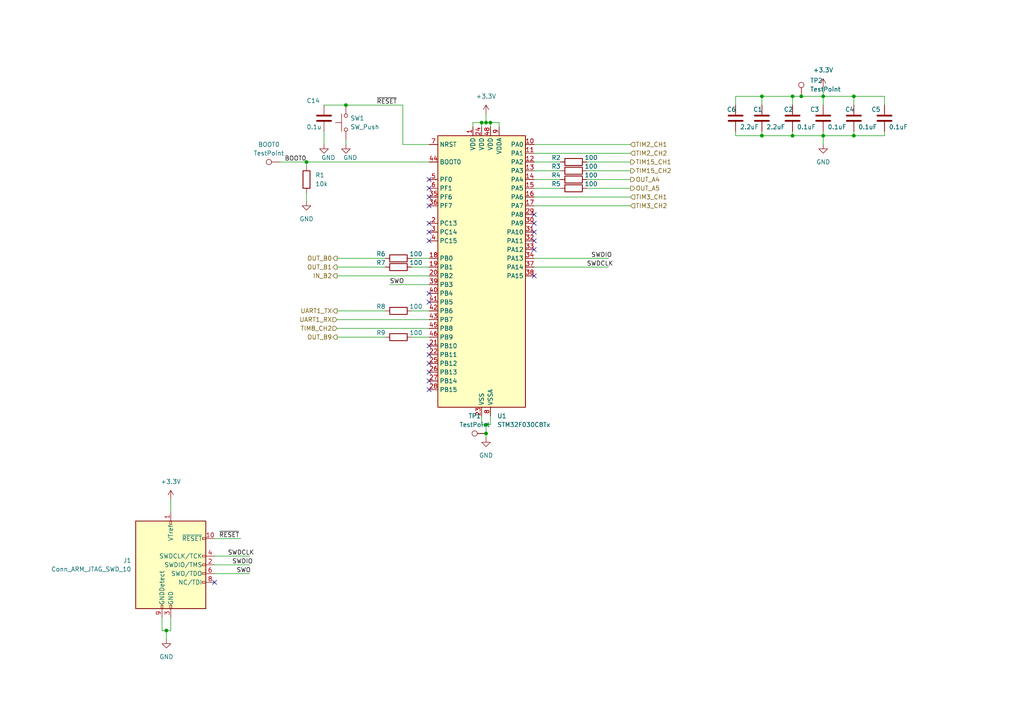
<source format=kicad_sch>
(kicad_sch (version 20230121) (generator eeschema)
  (paper "A4")
  (lib_symbols
    (symbol "Connector:Conn_ARM_JTAG_SWD_10" (pin_names (offset 1.016))
      (property "Reference" "J" (at -2.54 16.51 0))
      (property "Value" "Conn_ARM_JTAG_SWD_10" (at -2.54 13.97 0))
      (symbol "Conn_ARM_JTAG_SWD_10_0_1"
        (rectangle (start -10.16 12.7) (end 10.16 -12.7) (stroke (width 0.254)) (fill (type background)))
        (rectangle (start -2.794 -12.7) (end -2.286 -11.684))
        (rectangle (start -0.254 -12.7) (end 0.254 -11.684))
        (rectangle (start -0.254 12.7) (end 0.254 11.684))
        (rectangle (start 9.144 2.286) (end 10.16 2.794))
        (rectangle (start 10.16 -2.794) (end 9.144 -2.286))
        (rectangle (start 10.16 -0.254) (end 9.144 0.254))
        (rectangle (start 10.16 7.874) (end 9.144 7.366))
      )
      (symbol "Conn_ARM_JTAG_SWD_10_1_1"
        (rectangle (start 9.144 -5.334) (end 10.16 -4.826))
        (pin power_in line (at 0 15.24 270) (length 2.54) (name "VTref") (number "1"))
        (pin open_collector line (at 12.7 7.62 180) (length 2.54) (name "~{RESET}") (number "10"))
        (pin bidirectional line (at 12.7 0 180) (length 2.54) (name "SWDIO/TMS") (number "2"))
        (pin power_in line (at 0 -15.24 90) (length 2.54) (name "GND") (number "3"))
        (pin output line (at 12.7 2.54 180) (length 2.54) (name "SWDCLK/TCK") (number "4"))
        (pin passive line (at 0 -15.24 90) (length 2.54) hide (name "GND") (number "5"))
        (pin input line (at 12.7 -2.54 180) (length 2.54) (name "SWO/TDO") (number "6"))
        (pin no_connect line (at -10.16 0 0) (length 2.54) hide (name "KEY") (number "7"))
        (pin output line (at 12.7 -5.08 180) (length 2.54) (name "NC/TDI") (number "8"))
        (pin passive line (at -2.54 -15.24 90) (length 2.54) (name "GNDDetect") (number "9"))
      )
    )
    (symbol "Connector:TestPoint" (pin_numbers hide) (pin_names (offset 0.762) hide)
      (property "Reference" "TP" (at 0 6.858 0))
      (property "Value" "TestPoint" (at 0 5.08 0))
      (symbol "TestPoint_0_1"
        (circle (center 0 3.302) (radius 0.762))
      )
      (symbol "TestPoint_1_1"
        (pin passive line (at 0 0 90) (length 2.54) (name "1") (number "1"))
      )
    )
    (symbol "Device:C" (pin_numbers hide) (pin_names (offset 0.254))
      (property "Reference" "C" (at 0.635 2.54 0))
      (property "Value" "C" (at 0.635 -2.54 0))
      (symbol "C_0_1"
        (polyline (pts (xy -2.032 -0.762) (xy 2.032 -0.762)) (stroke (width 0.508)))
        (polyline (pts (xy -2.032 0.762) (xy 2.032 0.762)) (stroke (width 0.508)))
      )
      (symbol "C_1_1"
        (pin passive line (at 0 3.81 270) (length 2.794) (name "~") (number "1"))
        (pin passive line (at 0 -3.81 90) (length 2.794) (name "~") (number "2"))
      )
    )
    (symbol "Device:R" (pin_numbers hide) (pin_names (offset 0))
      (property "Reference" "R" (at 2.032 0 90))
      (property "Value" "R" (at 0 0 90))
      (symbol "R_0_1"
        (rectangle (start -1.016 -2.54) (end 1.016 2.54) (stroke (width 0.254)))
      )
      (symbol "R_1_1"
        (pin passive line (at 0 3.81 270) (length 1.27) (name "~") (number "1"))
        (pin passive line (at 0 -3.81 90) (length 1.27) (name "~") (number "2"))
      )
    )
    (symbol "MCU_ST_STM32F0:STM32F030C8Tx"
      (property "Reference" "U" (at -12.7 41.91 0))
      (property "Value" "STM32F030C8Tx" (at 7.62 41.91 0))
      (symbol "STM32F030C8Tx_0_1"
        (rectangle (start -12.7 -38.1) (end 12.7 40.64) (stroke (width 0.254)) (fill (type background)))
      )
      (symbol "STM32F030C8Tx_1_1"
        (pin power_in line (at -2.54 43.18 270) (length 2.54) (name "VDD") (number "1"))
        (pin bidirectional line (at 15.24 38.1 180) (length 2.54) (name "PA0") (number "10"))
        (pin bidirectional line (at 15.24 35.56 180) (length 2.54) (name "PA1") (number "11"))
        (pin bidirectional line (at 15.24 33.02 180) (length 2.54) (name "PA2") (number "12"))
        (pin bidirectional line (at 15.24 30.48 180) (length 2.54) (name "PA3") (number "13"))
        (pin bidirectional line (at 15.24 27.94 180) (length 2.54) (name "PA4") (number "14"))
        (pin bidirectional line (at 15.24 25.4 180) (length 2.54) (name "PA5") (number "15"))
        (pin bidirectional line (at 15.24 22.86 180) (length 2.54) (name "PA6") (number "16"))
        (pin bidirectional line (at 15.24 20.32 180) (length 2.54) (name "PA7") (number "17"))
        (pin bidirectional line (at -15.24 5.08 0) (length 2.54) (name "PB0") (number "18"))
        (pin bidirectional line (at -15.24 2.54 0) (length 2.54) (name "PB1") (number "19"))
        (pin bidirectional line (at -15.24 15.24 0) (length 2.54) (name "PC13") (number "2"))
        (pin bidirectional line (at -15.24 0 0) (length 2.54) (name "PB2") (number "20"))
        (pin bidirectional line (at -15.24 -20.32 0) (length 2.54) (name "PB10") (number "21"))
        (pin bidirectional line (at -15.24 -22.86 0) (length 2.54) (name "PB11") (number "22"))
        (pin power_in line (at 0 -40.64 90) (length 2.54) (name "VSS") (number "23"))
        (pin power_in line (at 0 43.18 270) (length 2.54) (name "VDD") (number "24"))
        (pin bidirectional line (at -15.24 -25.4 0) (length 2.54) (name "PB12") (number "25"))
        (pin bidirectional line (at -15.24 -27.94 0) (length 2.54) (name "PB13") (number "26"))
        (pin bidirectional line (at -15.24 -30.48 0) (length 2.54) (name "PB14") (number "27"))
        (pin bidirectional line (at -15.24 -33.02 0) (length 2.54) (name "PB15") (number "28"))
        (pin bidirectional line (at 15.24 17.78 180) (length 2.54) (name "PA8") (number "29"))
        (pin bidirectional line (at -15.24 12.7 0) (length 2.54) (name "PC14") (number "3"))
        (pin bidirectional line (at 15.24 15.24 180) (length 2.54) (name "PA9") (number "30"))
        (pin bidirectional line (at 15.24 12.7 180) (length 2.54) (name "PA10") (number "31"))
        (pin bidirectional line (at 15.24 10.16 180) (length 2.54) (name "PA11") (number "32"))
        (pin bidirectional line (at 15.24 7.62 180) (length 2.54) (name "PA12") (number "33"))
        (pin bidirectional line (at 15.24 5.08 180) (length 2.54) (name "PA13") (number "34"))
        (pin bidirectional line (at -15.24 22.86 0) (length 2.54) (name "PF6") (number "35"))
        (pin bidirectional line (at -15.24 20.32 0) (length 2.54) (name "PF7") (number "36"))
        (pin bidirectional line (at 15.24 2.54 180) (length 2.54) (name "PA14") (number "37"))
        (pin bidirectional line (at 15.24 0 180) (length 2.54) (name "PA15") (number "38"))
        (pin bidirectional line (at -15.24 -2.54 0) (length 2.54) (name "PB3") (number "39"))
        (pin bidirectional line (at -15.24 10.16 0) (length 2.54) (name "PC15") (number "4"))
        (pin bidirectional line (at -15.24 -5.08 0) (length 2.54) (name "PB4") (number "40"))
        (pin bidirectional line (at -15.24 -7.62 0) (length 2.54) (name "PB5") (number "41"))
        (pin bidirectional line (at -15.24 -10.16 0) (length 2.54) (name "PB6") (number "42"))
        (pin bidirectional line (at -15.24 -12.7 0) (length 2.54) (name "PB7") (number "43"))
        (pin input line (at -15.24 33.02 0) (length 2.54) (name "BOOT0") (number "44"))
        (pin bidirectional line (at -15.24 -15.24 0) (length 2.54) (name "PB8") (number "45"))
        (pin bidirectional line (at -15.24 -17.78 0) (length 2.54) (name "PB9") (number "46"))
        (pin passive line (at 0 -40.64 90) (length 2.54) hide (name "VSS") (number "47"))
        (pin power_in line (at 2.54 43.18 270) (length 2.54) (name "VDD") (number "48"))
        (pin bidirectional line (at -15.24 27.94 0) (length 2.54) (name "PF0") (number "5"))
        (pin bidirectional line (at -15.24 25.4 0) (length 2.54) (name "PF1") (number "6"))
        (pin input line (at -15.24 38.1 0) (length 2.54) (name "NRST") (number "7"))
        (pin power_in line (at 2.54 -40.64 90) (length 2.54) (name "VSSA") (number "8"))
        (pin power_in line (at 5.08 43.18 270) (length 2.54) (name "VDDA") (number "9"))
      )
    )
    (symbol "Switch:SW_Push" (pin_numbers hide) (pin_names (offset 1.016) hide)
      (property "Reference" "SW" (at 1.27 2.54 0))
      (property "Value" "SW_Push" (at 0 -1.524 0))
      (symbol "SW_Push_0_1"
        (circle (center -2.032 0) (radius 0.508))
        (polyline (pts (xy 0 1.27) (xy 0 3.048)))
        (polyline (pts (xy 2.54 1.27) (xy -2.54 1.27)))
        (circle (center 2.032 0) (radius 0.508))
        (pin passive line (at -5.08 0 0) (length 2.54) (name "1") (number "1"))
        (pin passive line (at 5.08 0 180) (length 2.54) (name "2") (number "2"))
      )
    )
    (symbol "power:+3.3V" (power) (pin_names (offset 0))
      (property "Value" "+3.3V" (at 0 3.556 0))
      (symbol "+3.3V_0_1"
        (polyline (pts (xy -0.762 1.27) (xy 0 2.54)))
        (polyline (pts (xy 0 0) (xy 0 2.54)))
        (polyline (pts (xy 0 2.54) (xy 0.762 1.27)))
      )
      (symbol "+3.3V_1_1"
        (pin power_in line (at 0 0 90) (length 0) hide (name "+3.3V") (number "1"))
      )
    )
    (symbol "power:GND" (power) (pin_names (offset 0))
      (property "Value" "GND" (at 0 -3.81 0))
      (symbol "GND_0_1"
        (polyline (pts (xy 0 0) (xy 0 -1.27) (xy 1.27 -1.27) (xy 0 -2.54) (xy -1.27 -1.27) (xy 0 -1.27)))
      )
      (symbol "GND_1_1"
        (pin power_in line (at 0 0 270) (length 0) hide (name "GND") (number "1"))
      )
    )
  )
  (junction (at 140.97 125.73))
  (junction (at 247.65 27.94))
  (junction (at 140.97 123.19))
  (junction (at 142.24 35.56))
  (junction (at 229.87 27.94))
  (junction (at 220.98 27.94))
  (junction (at 48.26 182.88))
  (junction (at 139.7 35.56))
  (junction (at 238.76 39.37))
  (junction (at 229.87 39.37))
  (junction (at 220.98 39.37))
  (junction (at 238.76 27.94))
  (junction (at 232.41 27.94))
  (junction (at 140.97 35.56))
  (junction (at 100.33 30.48))
  (junction (at 247.65 39.37))
  (junction (at 88.9 46.99))
  (no_connect (at 124.46 69.85))
  (no_connect (at 154.94 62.23))
  (no_connect (at 124.46 105.41))
  (no_connect (at 124.46 102.87))
  (no_connect (at 154.94 80.01))
  (no_connect (at 124.46 54.61))
  (no_connect (at 124.46 57.15))
  (no_connect (at 124.46 110.49))
  (no_connect (at 124.46 85.09))
  (no_connect (at 154.94 69.85))
  (no_connect (at 124.46 52.07))
  (no_connect (at 154.94 67.31))
  (no_connect (at 124.46 64.77))
  (no_connect (at 154.94 64.77))
  (no_connect (at 124.46 67.31))
  (no_connect (at 124.46 59.69))
  (no_connect (at 124.46 107.95))
  (no_connect (at 154.94 72.39))
  (no_connect (at 124.46 87.63))
  (no_connect (at 124.46 100.33))
  (no_connect (at 62.23 168.91))
  (no_connect (at 124.46 113.03))
  (wire (pts (xy 140.97 123.19) (xy 140.97 125.73)))
  (wire (pts (xy 137.16 36.83) (xy 137.16 35.56)))
  (wire (pts (xy 154.94 57.15) (xy 182.88 57.15)))
  (wire (pts (xy 88.9 46.99) (xy 88.9 48.26)))
  (wire (pts (xy 100.33 40.64) (xy 100.33 41.91)))
  (wire (pts (xy 154.94 59.69) (xy 182.88 59.69)))
  (wire (pts (xy 170.18 52.07) (xy 182.88 52.07)))
  (wire (pts (xy 137.16 35.56) (xy 139.7 35.56)))
  (wire (pts (xy 213.36 39.37) (xy 220.98 39.37)))
  (wire (pts (xy 62.23 161.29) (xy 72.39 161.29)))
  (wire (pts (xy 154.94 41.91) (xy 182.88 41.91)))
  (wire (pts (xy 49.53 144.78) (xy 49.53 148.59)))
  (wire (pts (xy 220.98 38.1) (xy 220.98 39.37)))
  (wire (pts (xy 220.98 27.94) (xy 229.87 27.94)))
  (wire (pts (xy 247.65 38.1) (xy 247.65 39.37)))
  (wire (pts (xy 256.54 30.48) (xy 256.54 27.94)))
  (wire (pts (xy 97.79 80.01) (xy 124.46 80.01)))
  (wire (pts (xy 88.9 55.88) (xy 88.9 58.42)))
  (wire (pts (xy 256.54 38.1) (xy 256.54 39.37)))
  (wire (pts (xy 154.94 49.53) (xy 162.56 49.53)))
  (wire (pts (xy 119.38 74.93) (xy 124.46 74.93)))
  (wire (pts (xy 140.97 35.56) (xy 139.7 35.56)))
  (wire (pts (xy 93.98 38.1) (xy 93.98 41.91)))
  (wire (pts (xy 97.79 74.93) (xy 111.76 74.93)))
  (wire (pts (xy 144.78 35.56) (xy 142.24 35.56)))
  (wire (pts (xy 229.87 27.94) (xy 232.41 27.94)))
  (wire (pts (xy 170.18 49.53) (xy 182.88 49.53)))
  (wire (pts (xy 154.94 54.61) (xy 162.56 54.61)))
  (wire (pts (xy 139.7 123.19) (xy 140.97 123.19)))
  (wire (pts (xy 154.94 46.99) (xy 162.56 46.99)))
  (wire (pts (xy 238.76 39.37) (xy 238.76 41.91)))
  (wire (pts (xy 256.54 27.94) (xy 247.65 27.94)))
  (wire (pts (xy 88.9 46.99) (xy 124.46 46.99)))
  (wire (pts (xy 62.23 166.37) (xy 72.39 166.37)))
  (wire (pts (xy 81.28 46.99) (xy 88.9 46.99)))
  (wire (pts (xy 229.87 30.48) (xy 229.87 27.94)))
  (wire (pts (xy 229.87 39.37) (xy 238.76 39.37)))
  (wire (pts (xy 154.94 52.07) (xy 162.56 52.07)))
  (wire (pts (xy 97.79 97.79) (xy 111.76 97.79)))
  (wire (pts (xy 97.79 92.71) (xy 124.46 92.71)))
  (wire (pts (xy 213.36 38.1) (xy 213.36 39.37)))
  (wire (pts (xy 46.99 179.07) (xy 46.99 182.88)))
  (wire (pts (xy 220.98 39.37) (xy 229.87 39.37)))
  (wire (pts (xy 97.79 77.47) (xy 111.76 77.47)))
  (wire (pts (xy 213.36 27.94) (xy 220.98 27.94)))
  (wire (pts (xy 48.26 182.88) (xy 48.26 185.42)))
  (wire (pts (xy 46.99 182.88) (xy 48.26 182.88)))
  (wire (pts (xy 232.41 27.94) (xy 238.76 27.94)))
  (wire (pts (xy 256.54 39.37) (xy 247.65 39.37)))
  (wire (pts (xy 154.94 77.47) (xy 176.53 77.47)))
  (wire (pts (xy 238.76 27.94) (xy 238.76 30.48)))
  (wire (pts (xy 113.03 82.55) (xy 124.46 82.55)))
  (wire (pts (xy 220.98 30.48) (xy 220.98 27.94)))
  (wire (pts (xy 119.38 90.17) (xy 124.46 90.17)))
  (wire (pts (xy 97.79 95.25) (xy 124.46 95.25)))
  (wire (pts (xy 139.7 35.56) (xy 139.7 36.83)))
  (wire (pts (xy 119.38 77.47) (xy 124.46 77.47)))
  (wire (pts (xy 142.24 123.19) (xy 140.97 123.19)))
  (wire (pts (xy 119.38 97.79) (xy 124.46 97.79)))
  (wire (pts (xy 49.53 179.07) (xy 49.53 182.88)))
  (wire (pts (xy 139.7 120.65) (xy 139.7 123.19)))
  (wire (pts (xy 116.84 30.48) (xy 116.84 41.91)))
  (wire (pts (xy 144.78 36.83) (xy 144.78 35.56)))
  (wire (pts (xy 140.97 33.02) (xy 140.97 35.56)))
  (wire (pts (xy 154.94 74.93) (xy 176.53 74.93)))
  (wire (pts (xy 142.24 35.56) (xy 140.97 35.56)))
  (wire (pts (xy 97.79 90.17) (xy 111.76 90.17)))
  (wire (pts (xy 238.76 38.1) (xy 238.76 39.37)))
  (wire (pts (xy 238.76 25.4) (xy 238.76 27.94)))
  (wire (pts (xy 229.87 38.1) (xy 229.87 39.37)))
  (wire (pts (xy 170.18 46.99) (xy 182.88 46.99)))
  (wire (pts (xy 100.33 30.48) (xy 116.84 30.48)))
  (wire (pts (xy 154.94 44.45) (xy 182.88 44.45)))
  (wire (pts (xy 170.18 54.61) (xy 182.88 54.61)))
  (wire (pts (xy 247.65 39.37) (xy 238.76 39.37)))
  (wire (pts (xy 62.23 163.83) (xy 72.39 163.83)))
  (wire (pts (xy 247.65 27.94) (xy 238.76 27.94)))
  (wire (pts (xy 62.23 156.21) (xy 69.85 156.21)))
  (wire (pts (xy 247.65 30.48) (xy 247.65 27.94)))
  (wire (pts (xy 213.36 30.48) (xy 213.36 27.94)))
  (wire (pts (xy 142.24 120.65) (xy 142.24 123.19)))
  (wire (pts (xy 49.53 182.88) (xy 48.26 182.88)))
  (wire (pts (xy 93.98 30.48) (xy 100.33 30.48)))
  (wire (pts (xy 140.97 125.73) (xy 140.97 127)))
  (wire (pts (xy 116.84 41.91) (xy 124.46 41.91)))
  (wire (pts (xy 142.24 36.83) (xy 142.24 35.56)))
  (label "SWDCLK" (at 170.18 77.47 0))
  (label "SWDIO" (at 67.31 163.83 0))
  (label "SWDCLK" (at 66.04 161.29 0))
  (label "~{RESET}" (at 109.22 30.48 0))
  (label "SWO" (at 113.03 82.55 0))
  (label "SWO" (at 68.58 166.37 0))
  (label "SWDIO" (at 171.45 74.93 0))
  (label "BOOT0" (at 82.55 46.99 0))
  (label "~{RESET}" (at 63.5 156.21 0))
  (hierarchical_label "UART1_RX" (shape input) (at 97.79 92.71 180))
  (hierarchical_label "TIM3_CH1" (shape input) (at 182.88 57.15 0))
  (hierarchical_label "OUT_B9" (shape output) (at 97.79 97.79 180))
  (hierarchical_label "TIM2_CH2" (shape input) (at 182.88 44.45 0))
  (hierarchical_label "UART1_TX" (shape output) (at 97.79 90.17 180))
  (hierarchical_label "IN_B2" (shape output) (at 97.79 80.01 180))
  (hierarchical_label "TIM15_CH1" (shape output) (at 182.88 46.99 0))
  (hierarchical_label "TIM8_CH2" (shape input) (at 97.79 95.25 180))
  (hierarchical_label "TIM2_CH1" (shape input) (at 182.88 41.91 0))
  (hierarchical_label "OUT_A4" (shape output) (at 182.88 52.07 0))
  (hierarchical_label "OUT_B1" (shape output) (at 97.79 77.47 180))
  (hierarchical_label "OUT_A5" (shape output) (at 182.88 54.61 0))
  (hierarchical_label "OUT_B0" (shape output) (at 97.79 74.93 180))
  (hierarchical_label "TIM15_CH2" (shape output) (at 182.88 49.53 0))
  (hierarchical_label "TIM3_CH2" (shape input) (at 182.88 59.69 0))
  (symbol (lib_id "Device:C") (at 93.98 34.29 0) (unit 1)
    (property "Reference" "C14" (at 88.9 29.21 0) (effects (justify left)))
    (property "Value" "0.1u" (at 88.9 36.83 0) (effects (justify left)))
    (property "Footprint" "Capacitor_SMD:C_0603_1608Metric" (effects hide))
  )
  (symbol (lib_id "Device:R") (at 88.9 52.07 0) (unit 1)
    (property "Reference" "R1" (at 91.44 50.8 0) (effects (justify left)))
    (property "Value" "10k" (at 91.44 53.34 0) (effects (justify left)))
    (property "Footprint" "Resistor_SMD:R_0603_1608Metric" (effects hide))
  )
  (symbol (lib_id "Device:C") (at 213.36 34.29 0) (unit 1)
    (property "Reference" "C6" (at 210.82 31.75 0) (effects (justify left)))
    (property "Value" "2.2uF" (at 214.63 36.83 0) (effects (justify left)))
    (property "Footprint" "Capacitor_SMD:C_0603_1608Metric" (effects hide))
  )
  (symbol (lib_id "power:GND") (at 48.26 185.42 0) (unit 1)
    (property "Reference" "#PWR06" (effects hide))
    (property "Value" "GND" (at 48.26 190.5 0))
  )
  (symbol (lib_id "Device:C") (at 229.87 34.29 0) (unit 1)
    (property "Reference" "C2" (at 227.33 31.75 0) (effects (justify left)))
    (property "Value" "0.1uF" (at 231.14 36.83 0) (effects (justify left)))
    (property "Footprint" "Capacitor_SMD:C_0603_1608Metric" (effects hide))
  )
  (symbol (lib_id "Connector:TestPoint") (at 81.28 46.99 90) (unit 1)
    (property "Reference" "BOOT0" (at 77.978 41.91 90))
    (property "Value" "TestPoint" (at 77.978 44.45 90))
    (property "Footprint" "TestPoint:TestPoint_Pad_D1.5mm" (effects hide))
  )
  (symbol (lib_id "Device:R") (at 115.57 77.47 90) (unit 1)
    (property "Reference" "R7" (at 110.49 76.2 90))
    (property "Value" "100" (at 120.65 76.2 90))
    (property "Footprint" "Resistor_SMD:R_0603_1608Metric" (effects hide))
  )
  (symbol (lib_id "power:GND") (at 238.76 41.91 0) (unit 1)
    (property "Reference" "#PWR04" (effects hide))
    (property "Value" "GND" (at 238.76 46.99 0))
  )
  (symbol (lib_id "Connector:Conn_ARM_JTAG_SWD_10") (at 49.53 163.83 0) (unit 1)
    (property "Reference" "J1" (at 38.1 162.56 0) (effects (justify right)))
    (property "Value" "Conn_ARM_JTAG_SWD_10" (at 38.1 165.1 0) (effects (justify right)))
    (property "Footprint" "Connector_PinHeader_1.27mm:PinHeader_2x05_P1.27mm_Vertical" (effects hide))
    (property "Datasheet" "http://infocenter.arm.com/help/topic/com.arm.doc.ddi0314h/DDI0314H_coresight_components_trm.pdf" (effects hide))
  )
  (symbol (lib_id "power:GND") (at 93.98 41.91 0) (unit 1)
    (property "Reference" "#PWR025" (effects hide))
    (property "Value" "GND" (at 95.25 45.72 0))
  )
  (symbol (lib_id "Connector:TestPoint") (at 140.97 125.73 90) (unit 1)
    (property "Reference" "TP1" (at 137.668 120.65 90))
    (property "Value" "TestPoint" (at 137.668 123.19 90))
    (property "Footprint" "TestPoint:TestPoint_Pad_D2.0mm" (effects hide))
  )
  (symbol (lib_id "Switch:SW_Push") (at 100.33 35.56 90) (unit 1)
    (property "Reference" "SW1" (at 101.6 34.29 90) (effects (justify right)))
    (property "Value" "SW_Push" (at 101.6 36.83 90) (effects (justify right)))
    (property "Footprint" "Button_Switch_SMD:SW_Push_1P1T_NO_CK_KSC6xxJ" (effects hide))
  )
  (symbol (lib_id "Device:R") (at 166.37 54.61 90) (unit 1)
    (property "Reference" "R5" (at 161.29 53.34 90))
    (property "Value" "100" (at 171.45 53.34 90))
    (property "Footprint" "Resistor_SMD:R_0603_1608Metric" (effects hide))
  )
  (symbol (lib_id "Device:R") (at 115.57 74.93 90) (unit 1)
    (property "Reference" "R6" (at 110.49 73.66 90))
    (property "Value" "100" (at 120.65 73.66 90))
    (property "Footprint" "Resistor_SMD:R_0603_1608Metric" (effects hide))
  )
  (symbol (lib_id "power:GND") (at 100.33 41.91 0) (unit 1)
    (property "Reference" "#PWR022" (effects hide))
    (property "Value" "GND" (at 101.6 45.72 0))
  )
  (symbol (lib_id "Device:R") (at 115.57 90.17 90) (unit 1)
    (property "Reference" "R8" (at 110.49 88.9 90))
    (property "Value" "100" (at 120.65 88.9 90))
    (property "Footprint" "Resistor_SMD:R_0603_1608Metric" (effects hide))
  )
  (symbol (lib_id "Device:R") (at 166.37 46.99 90) (unit 1)
    (property "Reference" "R2" (at 161.29 45.72 90))
    (property "Value" "100" (at 171.45 45.72 90))
    (property "Footprint" "Resistor_SMD:R_0603_1608Metric" (effects hide))
  )
  (symbol (lib_id "MCU_ST_STM32F0:STM32F030C8Tx") (at 139.7 80.01 0) (unit 1)
    (property "Reference" "U1" (at 144.1959 120.65 0) (effects (justify left)))
    (property "Value" "STM32F030C8Tx" (at 144.1959 123.19 0) (effects (justify left)))
    (property "Footprint" "Package_QFP:LQFP-48_7x7mm_P0.5mm" (effects hide))
    (property "Datasheet" "https://www.st.com/resource/en/datasheet/stm32f030c8.pdf" (effects hide))
  )
  (symbol (lib_id "Device:R") (at 115.57 97.79 90) (unit 1)
    (property "Reference" "R9" (at 110.49 96.52 90))
    (property "Value" "100" (at 120.65 96.52 90))
    (property "Footprint" "Resistor_SMD:R_0603_1608Metric" (effects hide))
  )
  (symbol (lib_id "power:+3.3V") (at 238.76 25.4 0) (unit 1)
    (property "Reference" "#PWR03" (effects hide))
    (property "Value" "+3.3V" (at 238.76 20.32 0))
  )
  (symbol (lib_id "Device:R") (at 166.37 49.53 90) (unit 1)
    (property "Reference" "R3" (at 161.29 48.26 90))
    (property "Value" "100" (at 171.45 48.26 90))
    (property "Footprint" "Resistor_SMD:R_0603_1608Metric" (effects hide))
  )
  (symbol (lib_id "Device:C") (at 247.65 34.29 0) (unit 1)
    (property "Reference" "C4" (at 245.11 31.75 0) (effects (justify left)))
    (property "Value" "0.1uF" (at 248.92 36.83 0) (effects (justify left)))
    (property "Footprint" "Capacitor_SMD:C_0603_1608Metric" (effects hide))
  )
  (symbol (lib_id "Device:C") (at 256.54 34.29 0) (unit 1)
    (property "Reference" "C5" (at 252.73 31.75 0) (effects (justify left)))
    (property "Value" "0.1uF" (at 257.81 36.83 0) (effects (justify left)))
    (property "Footprint" "Capacitor_SMD:C_0603_1608Metric" (effects hide))
  )
  (symbol (lib_id "power:+3.3V") (at 140.97 33.02 0) (unit 1)
    (property "Reference" "#PWR01" (effects hide))
    (property "Value" "+3.3V" (at 140.97 27.94 0))
  )
  (symbol (lib_id "Device:C") (at 238.76 34.29 0) (unit 1)
    (property "Reference" "C3" (at 234.95 31.75 0) (effects (justify left)))
    (property "Value" "0.1uF" (at 240.03 36.83 0) (effects (justify left)))
    (property "Footprint" "Capacitor_SMD:C_0603_1608Metric" (effects hide))
  )
  (symbol (lib_id "power:GND") (at 88.9 58.42 0) (unit 1)
    (property "Reference" "#PWR07" (effects hide))
    (property "Value" "GND" (at 88.9 63.5 0))
  )
  (symbol (lib_id "power:+3.3V") (at 49.53 144.78 0) (unit 1)
    (property "Reference" "#PWR05" (effects hide))
    (property "Value" "+3.3V" (at 49.53 139.7 0))
  )
  (symbol (lib_id "Device:R") (at 166.37 52.07 90) (unit 1)
    (property "Reference" "R4" (at 161.29 50.8 90))
    (property "Value" "100" (at 171.45 50.8 90))
    (property "Footprint" "Resistor_SMD:R_0603_1608Metric" (effects hide))
  )
  (symbol (lib_id "Connector:TestPoint") (at 232.41 27.94 0) (unit 1)
    (property "Reference" "TP2" (at 234.95 23.368 0) (effects (justify left)))
    (property "Value" "TestPoint" (at 234.95 25.908 0) (effects (justify left)))
    (property "Footprint" "TestPoint:TestPoint_Pad_D2.0mm" (effects hide))
  )
  (symbol (lib_id "power:GND") (at 140.97 127 0) (unit 1)
    (property "Reference" "#PWR02" (effects hide))
    (property "Value" "GND" (at 140.97 132.08 0))
  )
  (symbol (lib_id "Device:C") (at 220.98 34.29 0) (unit 1)
    (property "Reference" "C1" (at 218.44 31.75 0) (effects (justify left)))
    (property "Value" "2.2uF" (at 222.25 36.83 0) (effects (justify left)))
    (property "Footprint" "Capacitor_SMD:C_0603_1608Metric" (effects hide))
  )
)
</source>
